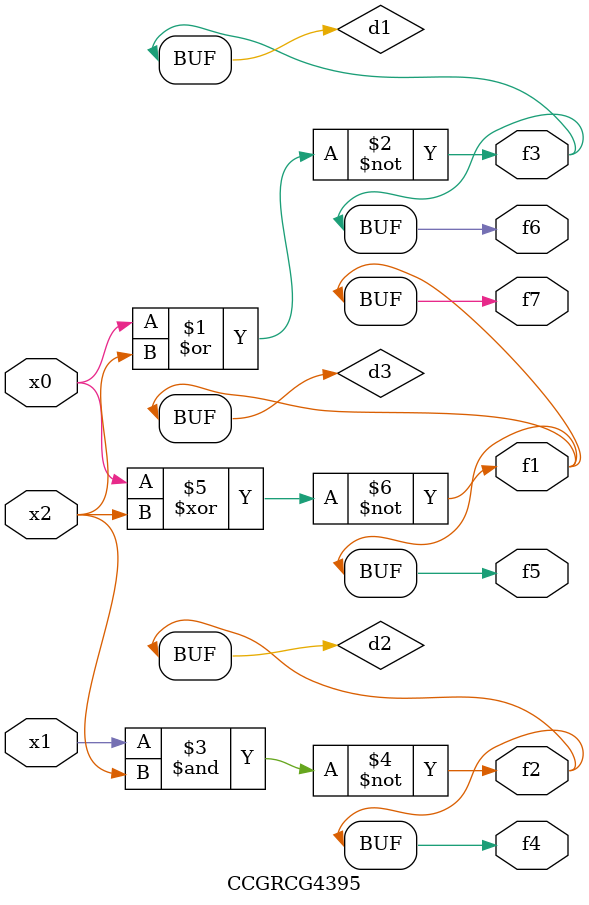
<source format=v>
module CCGRCG4395(
	input x0, x1, x2,
	output f1, f2, f3, f4, f5, f6, f7
);

	wire d1, d2, d3;

	nor (d1, x0, x2);
	nand (d2, x1, x2);
	xnor (d3, x0, x2);
	assign f1 = d3;
	assign f2 = d2;
	assign f3 = d1;
	assign f4 = d2;
	assign f5 = d3;
	assign f6 = d1;
	assign f7 = d3;
endmodule

</source>
